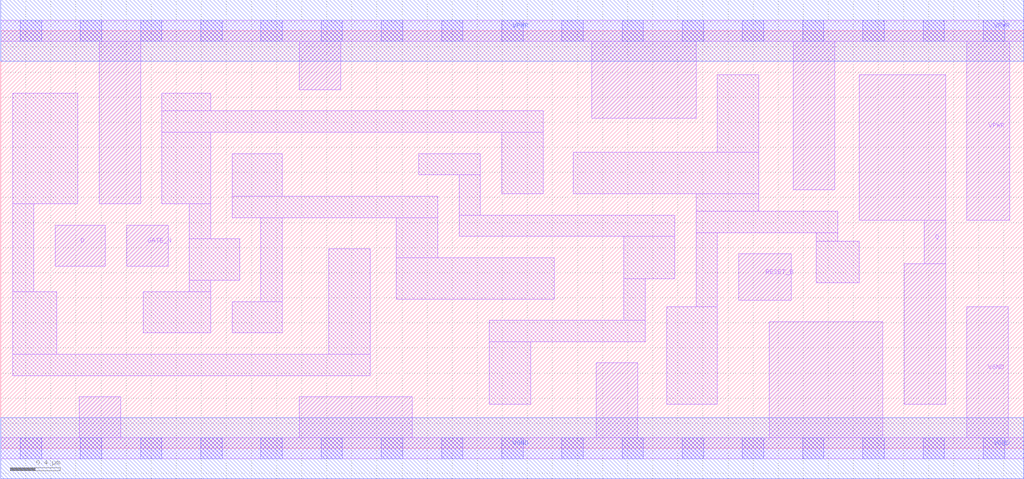
<source format=lef>
# Copyright 2020 The SkyWater PDK Authors
#
# Licensed under the Apache License, Version 2.0 (the "License");
# you may not use this file except in compliance with the License.
# You may obtain a copy of the License at
#
#     https://www.apache.org/licenses/LICENSE-2.0
#
# Unless required by applicable law or agreed to in writing, software
# distributed under the License is distributed on an "AS IS" BASIS,
# WITHOUT WARRANTIES OR CONDITIONS OF ANY KIND, either express or implied.
# See the License for the specific language governing permissions and
# limitations under the License.
#
# SPDX-License-Identifier: Apache-2.0

VERSION 5.7 ;
  NAMESCASESENSITIVE ON ;
  NOWIREEXTENSIONATPIN ON ;
  DIVIDERCHAR "/" ;
  BUSBITCHARS "[]" ;
UNITS
  DATABASE MICRONS 200 ;
END UNITS
MACRO sky130_fd_sc_ls__dlrtn_2
  CLASS CORE ;
  SOURCE USER ;
  FOREIGN sky130_fd_sc_ls__dlrtn_2 ;
  ORIGIN  0.000000  0.000000 ;
  SIZE  8.160000 BY  3.330000 ;
  SYMMETRY X Y ;
  SITE unit ;
  PIN D
    ANTENNAGATEAREA  0.208500 ;
    DIRECTION INPUT ;
    USE SIGNAL ;
    PORT
      LAYER li1 ;
        RECT 0.435000 1.450000 0.835000 1.780000 ;
    END
  END D
  PIN Q
    ANTENNADIFFAREA  0.543200 ;
    DIRECTION OUTPUT ;
    USE SIGNAL ;
    PORT
      LAYER li1 ;
        RECT 6.845000 1.820000 7.535000 2.980000 ;
        RECT 7.205000 0.350000 7.535000 1.470000 ;
        RECT 7.365000 1.470000 7.535000 1.820000 ;
    END
  END Q
  PIN RESET_B
    ANTENNAGATEAREA  0.279000 ;
    DIRECTION INPUT ;
    USE SIGNAL ;
    PORT
      LAYER li1 ;
        RECT 5.885000 1.180000 6.305000 1.550000 ;
    END
  END RESET_B
  PIN GATE_N
    ANTENNAGATEAREA  0.237000 ;
    DIRECTION INPUT ;
    USE CLOCK ;
    PORT
      LAYER li1 ;
        RECT 1.005000 1.450000 1.335000 1.780000 ;
    END
  END GATE_N
  PIN VGND
    DIRECTION INOUT ;
    SHAPE ABUTMENT ;
    USE GROUND ;
    PORT
      LAYER li1 ;
        RECT 0.000000 -0.085000 8.160000 0.085000 ;
        RECT 0.625000  0.085000 0.955000 0.410000 ;
        RECT 2.380000  0.085000 3.280000 0.410000 ;
        RECT 4.750000  0.085000 5.080000 0.680000 ;
        RECT 6.130000  0.085000 7.035000 1.010000 ;
        RECT 7.705000  0.085000 8.035000 1.130000 ;
      LAYER mcon ;
        RECT 0.155000 -0.085000 0.325000 0.085000 ;
        RECT 0.635000 -0.085000 0.805000 0.085000 ;
        RECT 1.115000 -0.085000 1.285000 0.085000 ;
        RECT 1.595000 -0.085000 1.765000 0.085000 ;
        RECT 2.075000 -0.085000 2.245000 0.085000 ;
        RECT 2.555000 -0.085000 2.725000 0.085000 ;
        RECT 3.035000 -0.085000 3.205000 0.085000 ;
        RECT 3.515000 -0.085000 3.685000 0.085000 ;
        RECT 3.995000 -0.085000 4.165000 0.085000 ;
        RECT 4.475000 -0.085000 4.645000 0.085000 ;
        RECT 4.955000 -0.085000 5.125000 0.085000 ;
        RECT 5.435000 -0.085000 5.605000 0.085000 ;
        RECT 5.915000 -0.085000 6.085000 0.085000 ;
        RECT 6.395000 -0.085000 6.565000 0.085000 ;
        RECT 6.875000 -0.085000 7.045000 0.085000 ;
        RECT 7.355000 -0.085000 7.525000 0.085000 ;
        RECT 7.835000 -0.085000 8.005000 0.085000 ;
      LAYER met1 ;
        RECT 0.000000 -0.245000 8.160000 0.245000 ;
    END
  END VGND
  PIN VPWR
    DIRECTION INOUT ;
    SHAPE ABUTMENT ;
    USE POWER ;
    PORT
      LAYER li1 ;
        RECT 0.000000 3.245000 8.160000 3.415000 ;
        RECT 0.785000 1.950000 1.115000 3.245000 ;
        RECT 2.380000 2.860000 2.710000 3.245000 ;
        RECT 4.715000 2.630000 5.545000 3.245000 ;
        RECT 6.320000 2.060000 6.650000 3.245000 ;
        RECT 7.705000 1.820000 8.045000 3.245000 ;
      LAYER mcon ;
        RECT 0.155000 3.245000 0.325000 3.415000 ;
        RECT 0.635000 3.245000 0.805000 3.415000 ;
        RECT 1.115000 3.245000 1.285000 3.415000 ;
        RECT 1.595000 3.245000 1.765000 3.415000 ;
        RECT 2.075000 3.245000 2.245000 3.415000 ;
        RECT 2.555000 3.245000 2.725000 3.415000 ;
        RECT 3.035000 3.245000 3.205000 3.415000 ;
        RECT 3.515000 3.245000 3.685000 3.415000 ;
        RECT 3.995000 3.245000 4.165000 3.415000 ;
        RECT 4.475000 3.245000 4.645000 3.415000 ;
        RECT 4.955000 3.245000 5.125000 3.415000 ;
        RECT 5.435000 3.245000 5.605000 3.415000 ;
        RECT 5.915000 3.245000 6.085000 3.415000 ;
        RECT 6.395000 3.245000 6.565000 3.415000 ;
        RECT 6.875000 3.245000 7.045000 3.415000 ;
        RECT 7.355000 3.245000 7.525000 3.415000 ;
        RECT 7.835000 3.245000 8.005000 3.415000 ;
      LAYER met1 ;
        RECT 0.000000 3.085000 8.160000 3.575000 ;
    END
  END VPWR
  OBS
    LAYER li1 ;
      RECT 0.095000 0.580000 2.945000 0.750000 ;
      RECT 0.095000 0.750000 0.445000 1.250000 ;
      RECT 0.095000 1.250000 0.265000 1.950000 ;
      RECT 0.095000 1.950000 0.615000 2.830000 ;
      RECT 1.135000 0.920000 1.675000 1.250000 ;
      RECT 1.285000 1.950000 1.675000 2.520000 ;
      RECT 1.285000 2.520000 4.325000 2.690000 ;
      RECT 1.285000 2.690000 1.675000 2.830000 ;
      RECT 1.505000 1.250000 1.675000 1.340000 ;
      RECT 1.505000 1.340000 1.905000 1.670000 ;
      RECT 1.505000 1.670000 1.675000 1.950000 ;
      RECT 1.845000 0.920000 2.245000 1.170000 ;
      RECT 1.845000 1.840000 3.485000 2.010000 ;
      RECT 1.845000 2.010000 2.245000 2.350000 ;
      RECT 2.075000 1.170000 2.245000 1.840000 ;
      RECT 2.615000 0.750000 2.945000 1.590000 ;
      RECT 3.155000 1.190000 4.415000 1.520000 ;
      RECT 3.155000 1.520000 3.485000 1.840000 ;
      RECT 3.335000 2.180000 3.825000 2.350000 ;
      RECT 3.655000 1.690000 5.375000 1.860000 ;
      RECT 3.655000 1.860000 3.825000 2.180000 ;
      RECT 3.895000 0.350000 4.225000 0.850000 ;
      RECT 3.895000 0.850000 5.140000 1.020000 ;
      RECT 3.995000 2.030000 4.325000 2.520000 ;
      RECT 4.565000 2.030000 6.045000 2.360000 ;
      RECT 4.970000 1.020000 5.140000 1.350000 ;
      RECT 4.970000 1.350000 5.375000 1.690000 ;
      RECT 5.310000 0.350000 5.715000 1.130000 ;
      RECT 5.545000 1.130000 5.715000 1.720000 ;
      RECT 5.545000 1.720000 6.675000 1.890000 ;
      RECT 5.545000 1.890000 6.045000 2.030000 ;
      RECT 5.715000 2.360000 6.045000 2.980000 ;
      RECT 6.505000 1.320000 6.845000 1.650000 ;
      RECT 6.505000 1.650000 6.675000 1.720000 ;
  END
END sky130_fd_sc_ls__dlrtn_2

</source>
